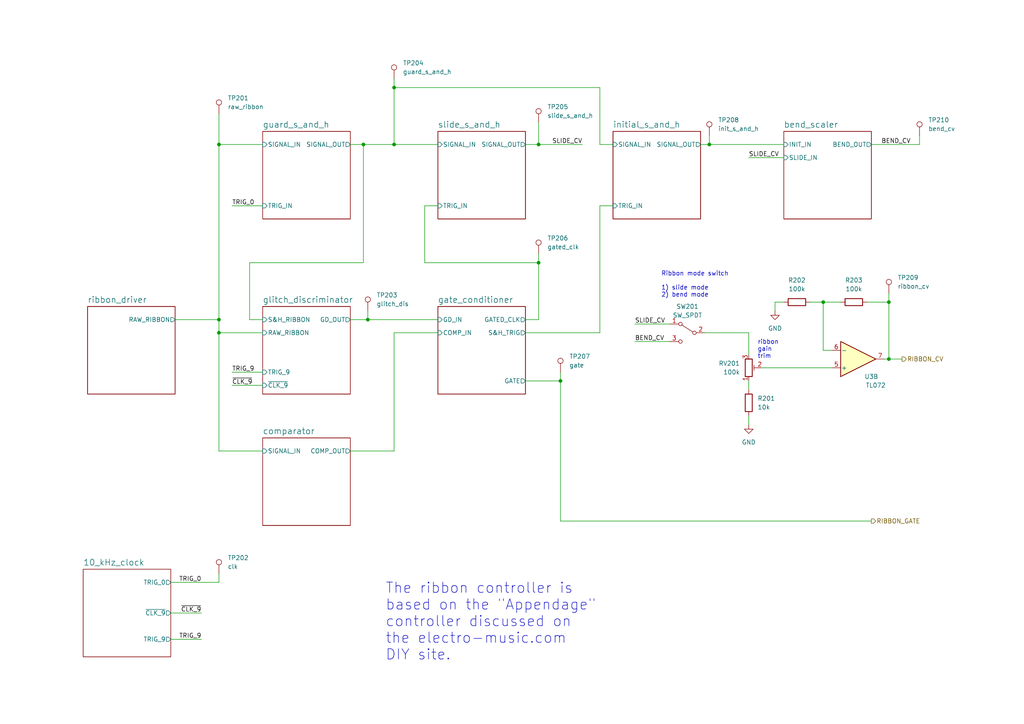
<source format=kicad_sch>
(kicad_sch (version 20211123) (generator eeschema)
  (paper "A4")
  (title_block (title "Josh Ox Ribbon Synth Ribbon board") (date "2022-06-17") (rev "0") (comment 1 "creativecommons.org/licences/by/4.0") (comment 2 "license: CC by 4.0") (comment 3 "Author: Jordan Aceto"))
  (lib_symbols
    (symbol "Amplifier_Operational:TL072" (pin_names (offset 0.127))
      (property "Reference" "U" (at 0 5.08 0))
      (property "Value" "TL072" (at 0 -5.08 0))
      (symbol "TL072_1_1"
        (polyline (pts (xy -5.08 5.08) (xy 5.08 0) (xy -5.08 -5.08) (xy -5.08 5.08)) (stroke (width 0.254)) (fill (type background)))
        (pin output line (at 7.62 0 180) (length 2.54) (name "~") (number "1"))
        (pin input line (at -7.62 -2.54 0) (length 2.54) (name "-") (number "2"))
        (pin input line (at -7.62 2.54 0) (length 2.54) (name "+") (number "3"))
      )
      (symbol "TL072_2_1"
        (polyline (pts (xy -5.08 5.08) (xy 5.08 0) (xy -5.08 -5.08) (xy -5.08 5.08)) (stroke (width 0.254)) (fill (type background)))
        (pin input line (at -7.62 2.54 0) (length 2.54) (name "+") (number "5"))
        (pin input line (at -7.62 -2.54 0) (length 2.54) (name "-") (number "6"))
        (pin output line (at 7.62 0 180) (length 2.54) (name "~") (number "7"))
      )
      (symbol "TL072_3_1"
        (pin power_in line (at -2.54 -7.62 90) (length 3.81) (name "V-") (number "4"))
        (pin power_in line (at -2.54 7.62 270) (length 3.81) (name "V+") (number "8"))
      )
    )
    (symbol "Connector:TestPoint" (pin_numbers hide) (pin_names (offset 0.762) hide)
      (property "Reference" "TP" (at 0 6.858 0))
      (property "Value" "TestPoint" (at 0 5.08 0))
      (symbol "TestPoint_0_1"
        (circle (center 0 3.302) (radius 0.762))
      )
      (symbol "TestPoint_1_1"
        (pin passive line (at 0 0 90) (length 2.54) (name "1") (number "1"))
      )
    )
    (symbol "Device:R" (pin_numbers hide) (pin_names (offset 0))
      (property "Reference" "R" (at 2.032 0 90))
      (property "Value" "R" (at 0 0 90))
      (symbol "R_0_1"
        (rectangle (start -1.016 -2.54) (end 1.016 2.54) (stroke (width 0.254)))
      )
      (symbol "R_1_1"
        (pin passive line (at 0 3.81 270) (length 1.27) (name "~") (number "1"))
        (pin passive line (at 0 -3.81 90) (length 1.27) (name "~") (number "2"))
      )
    )
    (symbol "Device:R_Potentiometer_Trim" (pin_names (offset 1.016) hide)
      (property "Reference" "RV" (at -4.445 0 90))
      (property "Value" "R_Potentiometer_Trim" (at -2.54 0 90))
      (symbol "R_Potentiometer_Trim_0_1"
        (polyline (pts (xy 1.524 0.762) (xy 1.524 -0.762)))
        (polyline (pts (xy 2.54 0) (xy 1.524 0)))
        (rectangle (start 1.016 2.54) (end -1.016 -2.54) (stroke (width 0.254)))
      )
      (symbol "R_Potentiometer_Trim_1_1"
        (pin passive line (at 0 3.81 270) (length 1.27) (name "1") (number "1"))
        (pin passive line (at 3.81 0 180) (length 1.27) (name "2") (number "2"))
        (pin passive line (at 0 -3.81 90) (length 1.27) (name "3") (number "3"))
      )
    )
    (symbol "Switch:SW_SPDT" (pin_names (offset 0) hide)
      (property "Reference" "SW" (at 0 4.318 0))
      (property "Value" "SW_SPDT" (at 0 -5.08 0))
      (symbol "SW_SPDT_0_0"
        (circle (center -2.032 0) (radius 0.508))
        (circle (center 2.032 -2.54) (radius 0.508))
      )
      (symbol "SW_SPDT_0_1"
        (polyline (pts (xy -1.524 0.254) (xy 1.651 2.286)))
        (circle (center 2.032 2.54) (radius 0.508))
      )
      (symbol "SW_SPDT_1_1"
        (pin passive line (at 5.08 2.54 180) (length 2.54) (name "A") (number "1"))
        (pin passive line (at -5.08 0 0) (length 2.54) (name "B") (number "2"))
        (pin passive line (at 5.08 -2.54 180) (length 2.54) (name "C") (number "3"))
      )
    )
    (symbol "power:GND" (power) (pin_names (offset 0))
      (property "Value" "GND" (at 0 -3.81 0))
      (symbol "GND_0_1"
        (polyline (pts (xy 0 0) (xy 0 -1.27) (xy 1.27 -1.27) (xy 0 -2.54) (xy -1.27 -1.27) (xy 0 -1.27)))
      )
      (symbol "GND_1_1"
        (pin power_in line (at 0 0 270) (length 0) hide (name "GND") (number "1"))
      )
    )
  )
  (junction (at 63.5 41.91))
  (junction (at 238.76 87.63))
  (junction (at 114.3 41.91))
  (junction (at 205.74 41.91))
  (junction (at 106.68 92.71))
  (junction (at 63.5 92.71))
  (junction (at 156.21 76.2))
  (junction (at 114.3 25.4))
  (junction (at 63.5 96.52))
  (junction (at 257.81 87.63))
  (junction (at 156.21 41.91))
  (junction (at 257.81 104.14))
  (junction (at 162.56 110.49))
  (junction (at 105.41 41.91))
  (wire (pts (xy 105.41 41.91) (xy 114.3 41.91)))
  (wire (pts (xy 114.3 130.81) (xy 114.3 96.52)))
  (wire (pts (xy 162.56 151.13) (xy 252.73 151.13)))
  (wire (pts (xy 162.56 107.95) (xy 162.56 110.49)))
  (wire (pts (xy 173.99 41.91) (xy 177.8 41.91)))
  (wire (pts (xy 220.98 106.68) (xy 241.3 106.68)))
  (wire (pts (xy 101.6 92.71) (xy 106.68 92.71)))
  (wire (pts (xy 256.54 104.14) (xy 257.81 104.14)))
  (wire (pts (xy 194.31 93.98) (xy 184.15 93.98)))
  (wire (pts (xy 114.3 41.91) (xy 127 41.91)))
  (wire (pts (xy 252.73 41.91) (xy 266.7 41.91)))
  (wire (pts (xy 173.99 25.4) (xy 173.99 41.91)))
  (wire (pts (xy 63.5 96.52) (xy 63.5 130.81)))
  (wire (pts (xy 266.7 39.37) (xy 266.7 41.91)))
  (wire (pts (xy 63.5 130.81) (xy 76.2 130.81)))
  (wire (pts (xy 152.4 110.49) (xy 162.56 110.49)))
  (wire (pts (xy 63.5 92.71) (xy 63.5 96.52)))
  (wire (pts (xy 152.4 96.52) (xy 173.99 96.52)))
  (wire (pts (xy 156.21 76.2) (xy 123.19 76.2)))
  (wire (pts (xy 49.53 177.8) (xy 58.42 177.8)))
  (wire (pts (xy 50.8 92.71) (xy 63.5 92.71)))
  (wire (pts (xy 49.53 168.91) (xy 63.5 168.91)))
  (wire (pts (xy 76.2 111.76) (xy 67.31 111.76)))
  (wire (pts (xy 105.41 76.2) (xy 105.41 41.91)))
  (wire (pts (xy 217.17 120.65) (xy 217.17 123.19)))
  (wire (pts (xy 63.5 166.37) (xy 63.5 168.91)))
  (wire (pts (xy 194.31 99.06) (xy 184.15 99.06)))
  (wire (pts (xy 49.53 185.42) (xy 58.42 185.42)))
  (wire (pts (xy 106.68 92.71) (xy 127 92.71)))
  (wire (pts (xy 156.21 92.71) (xy 156.21 76.2)))
  (wire (pts (xy 241.3 101.6) (xy 238.76 101.6)))
  (wire (pts (xy 203.2 41.91) (xy 205.74 41.91)))
  (wire (pts (xy 257.81 104.14) (xy 261.62 104.14)))
  (wire (pts (xy 238.76 101.6) (xy 238.76 87.63)))
  (wire (pts (xy 156.21 35.56) (xy 156.21 41.91)))
  (wire (pts (xy 162.56 151.13) (xy 162.56 110.49)))
  (wire (pts (xy 251.46 87.63) (xy 257.81 87.63)))
  (wire (pts (xy 224.79 87.63) (xy 227.33 87.63)))
  (wire (pts (xy 76.2 59.69) (xy 67.31 59.69)))
  (wire (pts (xy 63.5 41.91) (xy 63.5 92.71)))
  (wire (pts (xy 238.76 87.63) (xy 243.84 87.63)))
  (wire (pts (xy 114.3 41.91) (xy 114.3 25.4)))
  (wire (pts (xy 72.39 92.71) (xy 72.39 76.2)))
  (wire (pts (xy 123.19 76.2) (xy 123.19 59.69)))
  (wire (pts (xy 217.17 110.49) (xy 217.17 113.03)))
  (wire (pts (xy 227.33 45.72) (xy 217.17 45.72)))
  (wire (pts (xy 173.99 96.52) (xy 173.99 59.69)))
  (wire (pts (xy 63.5 33.02) (xy 63.5 41.91)))
  (wire (pts (xy 72.39 76.2) (xy 105.41 76.2)))
  (wire (pts (xy 217.17 102.87) (xy 217.17 96.52)))
  (wire (pts (xy 76.2 92.71) (xy 72.39 92.71)))
  (wire (pts (xy 257.81 85.09) (xy 257.81 87.63)))
  (wire (pts (xy 234.95 87.63) (xy 238.76 87.63)))
  (wire (pts (xy 152.4 92.71) (xy 156.21 92.71)))
  (wire (pts (xy 205.74 39.37) (xy 205.74 41.91)))
  (wire (pts (xy 217.17 96.52) (xy 204.47 96.52)))
  (wire (pts (xy 173.99 59.69) (xy 177.8 59.69)))
  (wire (pts (xy 224.79 90.17) (xy 224.79 87.63)))
  (wire (pts (xy 106.68 90.17) (xy 106.68 92.71)))
  (wire (pts (xy 156.21 73.66) (xy 156.21 76.2)))
  (wire (pts (xy 76.2 107.95) (xy 67.31 107.95)))
  (wire (pts (xy 156.21 41.91) (xy 168.91 41.91)))
  (wire (pts (xy 114.3 25.4) (xy 173.99 25.4)))
  (wire (pts (xy 114.3 22.86) (xy 114.3 25.4)))
  (wire (pts (xy 114.3 96.52) (xy 127 96.52)))
  (wire (pts (xy 152.4 41.91) (xy 156.21 41.91)))
  (wire (pts (xy 123.19 59.69) (xy 127 59.69)))
  (wire (pts (xy 76.2 96.52) (xy 63.5 96.52)))
  (wire (pts (xy 76.2 41.91) (xy 63.5 41.91)))
  (wire (pts (xy 101.6 41.91) (xy 105.41 41.91)))
  (wire (pts (xy 205.74 41.91) (xy 227.33 41.91)))
  (wire (pts (xy 101.6 130.81) (xy 114.3 130.81)))
  (wire (pts (xy 257.81 87.63) (xy 257.81 104.14)))
  (text "Ribbon mode switch\n\n1) slide mode\n2) bend mode" (at 191.77 86.36 0) (effects (font (size 1.27 1.27)) (justify left bottom)))
  (text "ribbon \ngain\ntrim" (at 219.71 104.14 0) (effects (font (size 1.27 1.27)) (justify left bottom)))
  (text "The ribbon controller is \nbased on the \"Appendage\"\ncontroller discussed on\nthe electro-music.com \nDIY site." (at 111.76 191.77 0) (effects (font (size 3 3)) (justify left bottom)))
  (label "TRIG_9" (at 58.42 185.42 180))
  (label "~{CLK_9}" (at 58.42 177.8 180))
  (label "BEND_CV" (at 184.15 99.06 0))
  (label "TRIG_9" (at 67.31 107.95 0))
  (label "BEND_CV" (at 264.16 41.91 180))
  (label "SLIDE_CV" (at 168.91 41.91 180))
  (label "TRIG_0" (at 58.42 168.91 180))
  (label "TRIG_0" (at 67.31 59.69 0))
  (label "~{CLK_9}" (at 67.31 111.76 0))
  (label "SLIDE_CV" (at 217.17 45.72 0))
  (label "SLIDE_CV" (at 184.15 93.98 0))
  (hierarchical_label "RIBBON_CV" (shape output) (at 261.62 104.14 0))
  (hierarchical_label "RIBBON_GATE" (shape output) (at 252.73 151.13 0))
  (symbol (lib_id "Connector:TestPoint") (at 63.5 33.02 0) (unit 1) (in_bom no)
    (property "Reference" "TP201" (at 66.04 28.4479 0) (effects (justify left)))
    (property "Value" "raw_ribbon" (at 66.04 30.9879 0) (effects (justify left)))
    (property "Footprint" "TestPoint:TestPoint_Keystone_5000-5004_Miniature" (effects hide))
  )
  (symbol (lib_id "Connector:TestPoint") (at 257.81 85.09 0) (unit 1) (in_bom no)
    (property "Reference" "TP209" (at 260.35 80.5179 0) (effects (justify left)))
    (property "Value" "ribbon_cv" (at 260.35 83.0579 0) (effects (justify left)))
    (property "Footprint" "TestPoint:TestPoint_Keystone_5000-5004_Miniature" (effects hide))
  )
  (symbol (lib_id "Device:R") (at 217.17 116.84 0) (unit 1)
    (property "Reference" "R201" (at 219.71 115.5699 0) (effects (justify left)))
    (property "Value" "10k" (at 219.71 118.1099 0) (effects (justify left)))
    (property "Footprint" "Resistor_SMD:R_0805_2012Metric" (effects hide))
  )
  (symbol (lib_id "power:GND") (at 217.17 123.19 0) (unit 1)
    (property "Reference" "#PWR0201" (effects hide))
    (property "Value" "GND" (at 217.17 128.27 0))
  )
  (symbol (lib_id "Amplifier_Operational:TL072") (at 248.92 104.14 0) (mirror x) (unit 2)
    (property "Reference" "U3" (at 252.73 109.22 0))
    (property "Value" "TL072" (at 254 111.76 0))
    (property "Footprint" "Package_SO:SO-8_5.3x6.2mm_P1.27mm" (effects hide))
    (property "Datasheet" "http://www.ti.com/lit/ds/symlink/tl071.pdf" (effects hide))
  )
  (symbol (lib_id "Connector:TestPoint") (at 63.5 166.37 0) (unit 1) (in_bom no)
    (property "Reference" "TP202" (at 66.04 161.7979 0) (effects (justify left)))
    (property "Value" "clk" (at 66.04 164.3379 0) (effects (justify left)))
    (property "Footprint" "TestPoint:TestPoint_Keystone_5000-5004_Miniature" (effects hide))
  )
  (symbol (lib_id "Connector:TestPoint") (at 205.74 39.37 0) (unit 1) (in_bom no)
    (property "Reference" "TP208" (at 208.28 34.7979 0) (effects (justify left)))
    (property "Value" "init_s_and_h" (at 208.28 37.3379 0) (effects (justify left)))
    (property "Footprint" "TestPoint:TestPoint_Keystone_5000-5004_Miniature" (effects hide))
  )
  (symbol (lib_id "Connector:TestPoint") (at 114.3 22.86 0) (unit 1) (in_bom no)
    (property "Reference" "TP204" (at 116.84 18.2879 0) (effects (justify left)))
    (property "Value" "guard_s_and_h" (at 116.84 20.8279 0) (effects (justify left)))
    (property "Footprint" "TestPoint:TestPoint_Keystone_5000-5004_Miniature" (effects hide))
  )
  (symbol (lib_id "Device:R") (at 247.65 87.63 90) (unit 1)
    (property "Reference" "R203" (at 247.65 81.28 90))
    (property "Value" "100k" (at 247.65 83.82 90))
    (property "Footprint" "Resistor_SMD:R_0805_2012Metric" (effects hide))
  )
  (symbol (lib_id "Connector:TestPoint") (at 156.21 73.66 0) (unit 1) (in_bom no)
    (property "Reference" "TP206" (at 158.75 69.0879 0) (effects (justify left)))
    (property "Value" "gated_clk" (at 158.75 71.6279 0) (effects (justify left)))
    (property "Footprint" "TestPoint:TestPoint_Keystone_5000-5004_Miniature" (effects hide))
  )
  (symbol (lib_id "power:GND") (at 224.79 90.17 0) (unit 1)
    (property "Reference" "#PWR0202" (effects hide))
    (property "Value" "GND" (at 224.79 95.25 0))
  )
  (symbol (lib_id "Connector:TestPoint") (at 266.7 39.37 0) (unit 1) (in_bom no)
    (property "Reference" "TP210" (at 269.24 34.7979 0) (effects (justify left)))
    (property "Value" "bend_cv" (at 269.24 37.3379 0) (effects (justify left)))
    (property "Footprint" "TestPoint:TestPoint_Keystone_5000-5004_Miniature" (effects hide))
  )
  (symbol (lib_id "Device:R") (at 231.14 87.63 90) (unit 1)
    (property "Reference" "R202" (at 231.14 81.28 90))
    (property "Value" "100k" (at 231.14 83.82 90))
    (property "Footprint" "Resistor_SMD:R_0805_2012Metric" (effects hide))
  )
  (symbol (lib_id "Connector:TestPoint") (at 106.68 90.17 0) (unit 1) (in_bom no)
    (property "Reference" "TP203" (at 109.22 85.5979 0) (effects (justify left)))
    (property "Value" "glitch_dis" (at 109.22 88.1379 0) (effects (justify left)))
    (property "Footprint" "TestPoint:TestPoint_Keystone_5000-5004_Miniature" (effects hide))
  )
  (symbol (lib_id "Connector:TestPoint") (at 162.56 107.95 0) (unit 1) (in_bom no)
    (property "Reference" "TP207" (at 165.1 103.3779 0) (effects (justify left)))
    (property "Value" "gate" (at 165.1 105.9179 0) (effects (justify left)))
    (property "Footprint" "TestPoint:TestPoint_Keystone_5000-5004_Miniature" (effects hide))
  )
  (symbol (lib_id "Connector:TestPoint") (at 156.21 35.56 0) (unit 1) (in_bom no)
    (property "Reference" "TP205" (at 158.75 30.9879 0) (effects (justify left)))
    (property "Value" "slide_s_and_h" (at 158.75 33.5279 0) (effects (justify left)))
    (property "Footprint" "TestPoint:TestPoint_Keystone_5000-5004_Miniature" (effects hide))
  )
  (symbol (lib_id "Switch:SW_SPDT") (at 199.39 96.52 0) (mirror y) (unit 1)
    (property "Reference" "SW201" (at 199.39 88.9 0))
    (property "Value" "SW_SPDT" (at 199.39 91.44 0))
    (property "Footprint" "custom_footprints:SPDT_mini_toggle" (effects hide))
  )
  (symbol (lib_id "Device:R_Potentiometer_Trim") (at 217.17 106.68 0) (mirror x) (unit 1)
    (property "Reference" "RV201" (at 214.63 105.4099 0) (effects (justify right)))
    (property "Value" "100k" (at 214.63 107.9499 0) (effects (justify right)))
    (property "Footprint" "Potentiometer_THT:Potentiometer_Bourns_3296W_Vertical" (effects hide))
  )
  (sheet (at 127 88.9) (size 25.4 25.4) (stroke (width 0.1524))
    (property "Sheet name" "gate_conditioner" (at 127 87.9484 0) (effects (font (size 1.75 1.75)) (justify left bottom)))
    (property "Sheet file" "gate_conditioner.kicad_sch" (effects hide))
    (pin "GD_IN" input (at 127 92.71 180))
    (pin "COMP_IN" input (at 127 96.52 180))
    (pin "GATED_CLK" output (at 152.4 92.71 0))
    (pin "S&H_TRIG" output (at 152.4 96.52 0))
    (pin "GATE" output (at 152.4 110.49 0))
  )
  (sheet (at 177.8 38.1) (size 25.4 25.4) (stroke (width 0.1524))
    (property "Sheet name" "initial_s_and_h" (at 177.8 37.1484 0) (effects (font (size 1.75 1.75)) (justify left bottom)))
    (property "Sheet file" "clocked_s_and_h.kicad_sch" (effects hide))
    (pin "SIGNAL_IN" input (at 177.8 41.91 180))
    (pin "SIGNAL_OUT" output (at 203.2 41.91 0))
    (pin "TRIG_IN" input (at 177.8 59.69 180))
  )
  (sheet (at 76.2 38.1) (size 25.4 25.4) (stroke (width 0.1524))
    (property "Sheet name" "guard_s_and_h" (at 76.2 37.1484 0) (effects (font (size 1.75 1.75)) (justify left bottom)))
    (property "Sheet file" "basic_s_and_h.kicad_sch" (effects hide))
    (pin "SIGNAL_OUT" output (at 101.6 41.91 0))
    (pin "SIGNAL_IN" input (at 76.2 41.91 180))
    (pin "TRIG_IN" input (at 76.2 59.69 180))
  )
  (sheet (at 127 38.1) (size 25.4 25.4) (stroke (width 0.1524))
    (property "Sheet name" "slide_s_and_h" (at 127 37.1484 0) (effects (font (size 1.75 1.75)) (justify left bottom)))
    (property "Sheet file" "clocked_s_and_h.kicad_sch" (effects hide))
    (pin "SIGNAL_IN" input (at 127 41.91 180))
    (pin "SIGNAL_OUT" output (at 152.4 41.91 0))
    (pin "TRIG_IN" input (at 127 59.69 180))
  )
  (sheet (at 227.33 38.1) (size 25.4 25.4) (stroke (width 0.1524))
    (property "Sheet name" "bend_scaler" (at 227.33 37.1484 0) (effects (font (size 1.75 1.75)) (justify left bottom)))
    (property "Sheet file" "bend_scaler.kicad_sch" (effects hide))
    (pin "BEND_OUT" output (at 252.73 41.91 0))
    (pin "INIT_IN" input (at 227.33 41.91 180))
    (pin "SLIDE_IN" input (at 227.33 45.72 180))
  )
  (sheet (at 76.2 88.9) (size 25.4 25.4) (stroke (width 0.1524))
    (property "Sheet name" "glitch_discriminator" (at 76.2 87.9484 0) (effects (font (size 1.75 1.75)) (justify left bottom)))
    (property "Sheet file" "glitch_discriminator.kicad_sch" (effects hide))
    (pin "RAW_RIBBON" input (at 76.2 96.52 180))
    (pin "S&H_RIBBON" input (at 76.2 92.71 180))
    (pin "GD_OUT" output (at 101.6 92.71 0))
    (pin "TRIG_9" input (at 76.2 107.95 180))
    (pin "~{CLK_9}" input (at 76.2 111.76 180))
  )
  (sheet (at 25.4 88.9) (size 25.4 25.4) (stroke (width 0.1524))
    (property "Sheet name" "ribbon_driver" (at 25.4 87.9484 0) (effects (font (size 1.75 1.75)) (justify left bottom)))
    (property "Sheet file" "ribbon_driver.kicad_sch" (effects hide))
    (pin "RAW_RIBBON" output (at 50.8 92.71 0))
  )
  (sheet (at 24.13 165.1) (size 25.4 25.4) (stroke (width 0.1524))
    (property "Sheet name" "10_kHz_clock" (at 24.13 164.1484 0) (effects (font (size 1.75 1.75)) (justify left bottom)))
    (property "Sheet file" "10_kHz_clock.kicad_sch" (effects hide))
    (pin "TRIG_0" output (at 49.53 168.91 0))
    (pin "~{CLK_9}" output (at 49.53 177.8 0))
    (pin "TRIG_9" output (at 49.53 185.42 0))
  )
  (sheet (at 76.2 127) (size 25.4 25.4) (stroke (width 0.1524))
    (property "Sheet name" "comparator" (at 76.2 126.0484 0) (effects (font (size 1.75 1.75)) (justify left bottom)))
    (property "Sheet file" "comparator.kicad_sch" (effects hide))
    (pin "COMP_OUT" output (at 101.6 130.81 0))
    (pin "SIGNAL_IN" input (at 76.2 130.81 180))
  )
)
</source>
